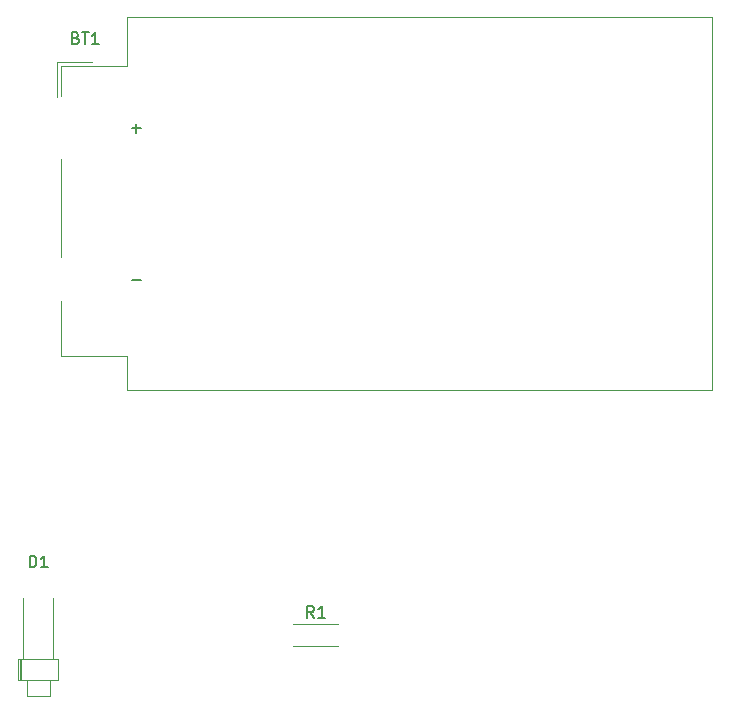
<source format=gbr>
%TF.GenerationSoftware,KiCad,Pcbnew,8.0.1*%
%TF.CreationDate,2024-06-04T22:59:00-05:00*%
%TF.ProjectId,hw10,68773130-2e6b-4696-9361-645f70636258,rev?*%
%TF.SameCoordinates,Original*%
%TF.FileFunction,Legend,Top*%
%TF.FilePolarity,Positive*%
%FSLAX46Y46*%
G04 Gerber Fmt 4.6, Leading zero omitted, Abs format (unit mm)*
G04 Created by KiCad (PCBNEW 8.0.1) date 2024-06-04 22:59:00*
%MOMM*%
%LPD*%
G01*
G04 APERTURE LIST*
%ADD10C,0.150000*%
%ADD11C,0.120000*%
G04 APERTURE END LIST*
D10*
X109333333Y-104534819D02*
X109000000Y-104058628D01*
X108761905Y-104534819D02*
X108761905Y-103534819D01*
X108761905Y-103534819D02*
X109142857Y-103534819D01*
X109142857Y-103534819D02*
X109238095Y-103582438D01*
X109238095Y-103582438D02*
X109285714Y-103630057D01*
X109285714Y-103630057D02*
X109333333Y-103725295D01*
X109333333Y-103725295D02*
X109333333Y-103868152D01*
X109333333Y-103868152D02*
X109285714Y-103963390D01*
X109285714Y-103963390D02*
X109238095Y-104011009D01*
X109238095Y-104011009D02*
X109142857Y-104058628D01*
X109142857Y-104058628D02*
X108761905Y-104058628D01*
X110285714Y-104534819D02*
X109714286Y-104534819D01*
X110000000Y-104534819D02*
X110000000Y-103534819D01*
X110000000Y-103534819D02*
X109904762Y-103677676D01*
X109904762Y-103677676D02*
X109809524Y-103772914D01*
X109809524Y-103772914D02*
X109714286Y-103820533D01*
X85281905Y-100269819D02*
X85281905Y-99269819D01*
X85281905Y-99269819D02*
X85520000Y-99269819D01*
X85520000Y-99269819D02*
X85662857Y-99317438D01*
X85662857Y-99317438D02*
X85758095Y-99412676D01*
X85758095Y-99412676D02*
X85805714Y-99507914D01*
X85805714Y-99507914D02*
X85853333Y-99698390D01*
X85853333Y-99698390D02*
X85853333Y-99841247D01*
X85853333Y-99841247D02*
X85805714Y-100031723D01*
X85805714Y-100031723D02*
X85758095Y-100126961D01*
X85758095Y-100126961D02*
X85662857Y-100222200D01*
X85662857Y-100222200D02*
X85520000Y-100269819D01*
X85520000Y-100269819D02*
X85281905Y-100269819D01*
X86805714Y-100269819D02*
X86234286Y-100269819D01*
X86520000Y-100269819D02*
X86520000Y-99269819D01*
X86520000Y-99269819D02*
X86424762Y-99412676D01*
X86424762Y-99412676D02*
X86329524Y-99507914D01*
X86329524Y-99507914D02*
X86234286Y-99555533D01*
X89194285Y-55446009D02*
X89337142Y-55493628D01*
X89337142Y-55493628D02*
X89384761Y-55541247D01*
X89384761Y-55541247D02*
X89432380Y-55636485D01*
X89432380Y-55636485D02*
X89432380Y-55779342D01*
X89432380Y-55779342D02*
X89384761Y-55874580D01*
X89384761Y-55874580D02*
X89337142Y-55922200D01*
X89337142Y-55922200D02*
X89241904Y-55969819D01*
X89241904Y-55969819D02*
X88860952Y-55969819D01*
X88860952Y-55969819D02*
X88860952Y-54969819D01*
X88860952Y-54969819D02*
X89194285Y-54969819D01*
X89194285Y-54969819D02*
X89289523Y-55017438D01*
X89289523Y-55017438D02*
X89337142Y-55065057D01*
X89337142Y-55065057D02*
X89384761Y-55160295D01*
X89384761Y-55160295D02*
X89384761Y-55255533D01*
X89384761Y-55255533D02*
X89337142Y-55350771D01*
X89337142Y-55350771D02*
X89289523Y-55398390D01*
X89289523Y-55398390D02*
X89194285Y-55446009D01*
X89194285Y-55446009D02*
X88860952Y-55446009D01*
X89718095Y-54969819D02*
X90289523Y-54969819D01*
X90003809Y-55969819D02*
X90003809Y-54969819D01*
X91146666Y-55969819D02*
X90575238Y-55969819D01*
X90860952Y-55969819D02*
X90860952Y-54969819D01*
X90860952Y-54969819D02*
X90765714Y-55112676D01*
X90765714Y-55112676D02*
X90670476Y-55207914D01*
X90670476Y-55207914D02*
X90575238Y-55255533D01*
X93916779Y-75968866D02*
X94678684Y-75968866D01*
X93916779Y-63088866D02*
X94678684Y-63088866D01*
X94297731Y-63469819D02*
X94297731Y-62707914D01*
D11*
%TO.C,R1*%
X107580000Y-106920000D02*
X111420000Y-106920000D01*
X107580000Y-105080000D02*
X111420000Y-105080000D01*
%TO.C,D1*%
X87730000Y-109785000D02*
X87730000Y-108065000D01*
X87730000Y-108065000D02*
X84310000Y-108065000D01*
X87290000Y-108065000D02*
X87290000Y-108065000D01*
X87290000Y-108065000D02*
X87290000Y-102855000D01*
X87290000Y-102855000D02*
X87290000Y-108065000D01*
X87290000Y-102855000D02*
X87290000Y-102855000D01*
X86980000Y-111185000D02*
X86980000Y-109785000D01*
X86980000Y-109785000D02*
X85060000Y-109785000D01*
X85060000Y-111185000D02*
X86980000Y-111185000D01*
X85060000Y-109785000D02*
X85060000Y-111185000D01*
X84750000Y-108065000D02*
X84750000Y-108065000D01*
X84750000Y-108065000D02*
X84750000Y-102855000D01*
X84750000Y-102855000D02*
X84750000Y-108065000D01*
X84750000Y-102855000D02*
X84750000Y-102855000D01*
X84550000Y-108065000D02*
X84550000Y-109785000D01*
X84430000Y-108065000D02*
X84430000Y-109785000D01*
X84310000Y-109785000D02*
X87730000Y-109785000D01*
X84310000Y-108065000D02*
X84310000Y-109785000D01*
%TO.C,BT1*%
X143080000Y-85295000D02*
X143080000Y-53705000D01*
X143080000Y-85295000D02*
X93520000Y-85295000D01*
X143080000Y-53705000D02*
X93520000Y-53705000D01*
X93520000Y-85295000D02*
X93520000Y-82395000D01*
X93520000Y-82395000D02*
X87920000Y-82395000D01*
X93520000Y-57805000D02*
X87920000Y-57805000D01*
X93520000Y-53705000D02*
X93520000Y-57805000D01*
X87920000Y-82395000D02*
X87920000Y-77715000D01*
X87920000Y-65665000D02*
X87920000Y-74015000D01*
X87920000Y-57805000D02*
X87920000Y-60365000D01*
X87580000Y-57465000D02*
X90580000Y-57465000D01*
X87580000Y-57465000D02*
X87580000Y-60465000D01*
%TD*%
M02*

</source>
